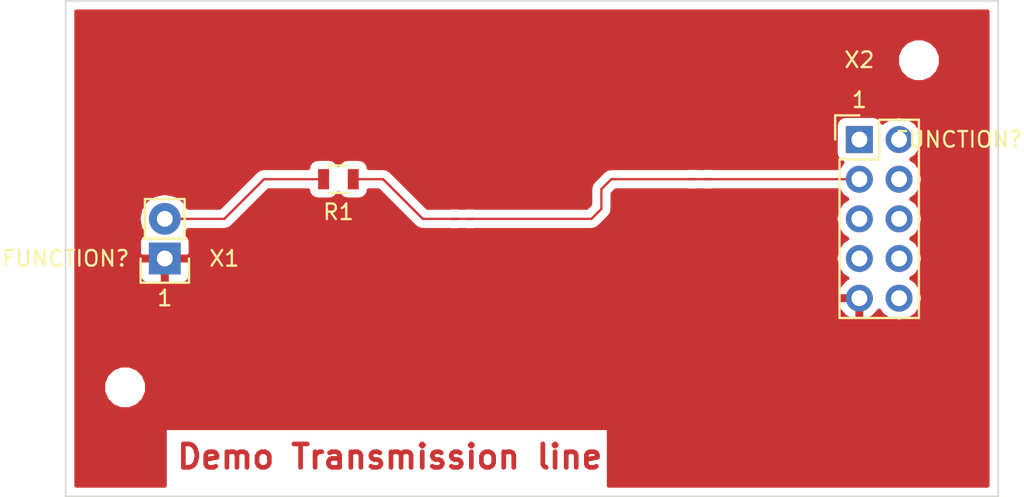
<source format=kicad_pcb>
(kicad_pcb (version 4) (host pcbnew 4.0.7)

  (general
    (links 5)
    (no_connects 0)
    (area 126.949999 90.119999 186.740001 121.970001)
    (thickness 1.6)
    (drawings 5)
    (tracks 13)
    (zones 0)
    (modules 7)
    (nets 14)
  )

  (page A4)
  (layers
    (0 F.Cu signal)
    (31 B.Cu signal)
    (32 B.Adhes user)
    (33 F.Adhes user)
    (34 B.Paste user)
    (35 F.Paste user)
    (36 B.SilkS user)
    (37 F.SilkS user)
    (38 B.Mask user)
    (39 F.Mask user)
    (40 Dwgs.User user)
    (41 Cmts.User user)
    (42 Eco1.User user)
    (43 Eco2.User user)
    (44 Edge.Cuts user)
    (45 Margin user)
    (46 B.CrtYd user)
    (47 F.CrtYd user)
    (48 B.Fab user)
    (49 F.Fab user)
  )

  (setup
    (last_trace_width 0.15)
    (trace_clearance 0.2)
    (zone_clearance 0.508)
    (zone_45_only no)
    (trace_min 0.15)
    (segment_width 0.2)
    (edge_width 0.1)
    (via_size 0.6)
    (via_drill 0.4)
    (via_min_size 0.4)
    (via_min_drill 0.3)
    (uvia_size 0.3)
    (uvia_drill 0.1)
    (uvias_allowed no)
    (uvia_min_size 0.2)
    (uvia_min_drill 0.1)
    (pcb_text_width 0.3)
    (pcb_text_size 1.5 1.5)
    (mod_edge_width 0.15)
    (mod_text_size 1 1)
    (mod_text_width 0.15)
    (pad_size 1.5 1.5)
    (pad_drill 0.6)
    (pad_to_mask_clearance 0.1)
    (aux_axis_origin 0 0)
    (visible_elements FFFFEF7F)
    (pcbplotparams
      (layerselection 0x00030_80000001)
      (usegerberextensions false)
      (excludeedgelayer true)
      (linewidth 0.150000)
      (plotframeref false)
      (viasonmask false)
      (mode 1)
      (useauxorigin false)
      (hpglpennumber 1)
      (hpglpenspeed 20)
      (hpglpendiameter 15)
      (hpglpenoverlay 2)
      (psnegative false)
      (psa4output false)
      (plotreference true)
      (plotvalue true)
      (plotinvisibletext false)
      (padsonsilk false)
      (subtractmaskfromsilk false)
      (outputformat 1)
      (mirror false)
      (drillshape 1)
      (scaleselection 1)
      (outputdirectory ""))
  )

  (net 0 "")
  (net 1 /NET_B)
  (net 2 /NET_A)
  (net 3 /NET_C)
  (net 4 /NET_D)
  (net 5 /GND)
  (net 6 "Net-(X2-Pad1)")
  (net 7 "Net-(X2-Pad2)")
  (net 8 "Net-(X2-Pad4)")
  (net 9 "Net-(X2-Pad5)")
  (net 10 "Net-(X2-Pad6)")
  (net 11 "Net-(X2-Pad7)")
  (net 12 "Net-(X2-Pad8)")
  (net 13 "Net-(X2-Pad10)")

  (net_class Default "This is the default net class."
    (clearance 0.2)
    (trace_width 0.15)
    (via_dia 0.6)
    (via_drill 0.4)
    (uvia_dia 0.3)
    (uvia_drill 0.1)
    (add_net /GND)
    (add_net /NET_A)
    (add_net /NET_B)
    (add_net /NET_C)
    (add_net /NET_D)
    (add_net "Net-(X2-Pad1)")
    (add_net "Net-(X2-Pad10)")
    (add_net "Net-(X2-Pad2)")
    (add_net "Net-(X2-Pad4)")
    (add_net "Net-(X2-Pad5)")
    (add_net "Net-(X2-Pad6)")
    (add_net "Net-(X2-Pad7)")
    (add_net "Net-(X2-Pad8)")
  )

  (module bel_connectors_and_jumpers:X_PAC_T_MALE_2X5_VERTICAL_GRID_2.54MM (layer F.Cu) (tedit 585D03BE) (tstamp 585D5866)
    (at 177.8 99.06)
    (descr X_PAC_T_MALE_2X5_VERTICAL_GRID_2.54MM)
    (tags "pin header THT 2X5")
    (path /585D5418)
    (fp_text reference X2 (at 0 -5.1) (layer F.SilkS)
      (effects (font (size 1 1) (thickness 0.15)))
    )
    (fp_text value CONN_02X05 (at 0 -3.1) (layer F.Fab) hide
      (effects (font (size 1 1) (thickness 0.15)))
    )
    (fp_text user 1 (at 0 -2.54) (layer F.SilkS)
      (effects (font (size 1 1) (thickness 0.15)))
    )
    (fp_text user FUNCTION? (at 6.35 0) (layer F.SilkS)
      (effects (font (size 1 1) (thickness 0.15)))
    )
    (fp_line (start -1.75 -1.75) (end -1.75 11.95) (layer F.CrtYd) (width 0.15))
    (fp_line (start 4.3 -1.75) (end 4.3 11.95) (layer F.CrtYd) (width 0.15))
    (fp_line (start -1.75 -1.75) (end 4.3 -1.75) (layer F.CrtYd) (width 0.15))
    (fp_line (start -1.75 11.95) (end 4.3 11.95) (layer F.CrtYd) (width 0.15))
    (fp_line (start 3.81 -1.27) (end 3.81 11.43) (layer F.SilkS) (width 0.15))
    (fp_line (start 3.81 11.43) (end -1.27 11.43) (layer F.SilkS) (width 0.15))
    (fp_line (start -1.27 11.43) (end -1.27 1.27) (layer F.SilkS) (width 0.15))
    (fp_line (start 3.81 -1.27) (end 1.27 -1.27) (layer F.SilkS) (width 0.15))
    (fp_line (start 0 -1.55) (end -1.55 -1.55) (layer F.SilkS) (width 0.15))
    (fp_line (start 1.27 -1.27) (end 1.27 1.27) (layer F.SilkS) (width 0.15))
    (fp_line (start 1.27 1.27) (end -1.27 1.27) (layer F.SilkS) (width 0.15))
    (fp_line (start -1.55 -1.55) (end -1.55 0) (layer F.SilkS) (width 0.15))
    (pad 1 thru_hole rect (at 0 0) (size 1.7272 1.7272) (drill 1.016) (layers *.Cu *.Mask)
      (net 6 "Net-(X2-Pad1)"))
    (pad 2 thru_hole oval (at 2.54 0) (size 1.7272 1.7272) (drill 1.016) (layers *.Cu *.Mask)
      (net 7 "Net-(X2-Pad2)"))
    (pad 3 thru_hole oval (at 0 2.54) (size 1.7272 1.7272) (drill 1.016) (layers *.Cu *.Mask)
      (net 4 /NET_D))
    (pad 4 thru_hole oval (at 2.54 2.54) (size 1.7272 1.7272) (drill 1.016) (layers *.Cu *.Mask)
      (net 8 "Net-(X2-Pad4)"))
    (pad 5 thru_hole oval (at 0 5.08) (size 1.7272 1.7272) (drill 1.016) (layers *.Cu *.Mask)
      (net 9 "Net-(X2-Pad5)"))
    (pad 6 thru_hole oval (at 2.54 5.08) (size 1.7272 1.7272) (drill 1.016) (layers *.Cu *.Mask)
      (net 10 "Net-(X2-Pad6)"))
    (pad 7 thru_hole oval (at 0 7.62) (size 1.7272 1.7272) (drill 1.016) (layers *.Cu *.Mask)
      (net 11 "Net-(X2-Pad7)"))
    (pad 8 thru_hole oval (at 2.54 7.62) (size 1.7272 1.7272) (drill 1.016) (layers *.Cu *.Mask)
      (net 12 "Net-(X2-Pad8)"))
    (pad 9 thru_hole oval (at 0 10.16) (size 1.7272 1.7272) (drill 1.016) (layers *.Cu *.Mask)
      (net 5 /GND))
    (pad 10 thru_hole oval (at 2.54 10.16) (size 1.7272 1.7272) (drill 1.016) (layers *.Cu *.Mask)
      (net 13 "Net-(X2-Pad10)"))
    (model Pin_Headers.3dshapes/Pin_Header_Straight_2x05.wrl
      (at (xyz 0.05 -0.2 0))
      (scale (xyz 1 1 1))
      (rotate (xyz 0 0 90))
    )
  )

  (module bel_connectors_and_jumpers:X_PAC_T_MALE_2X1_VERTICAL_GRID_2.54MM (layer F.Cu) (tedit 585CFADF) (tstamp 585D5849)
    (at 133.35 106.68 180)
    (descr X_PAC_T_MALE_2X5_VERTICAL_GRID_2.54MM)
    (tags "pin header THT 2X1")
    (path /585D531E)
    (fp_text reference X1 (at -3.81 0) (layer F.SilkS)
      (effects (font (size 1 1) (thickness 0.15)))
    )
    (fp_text value CONN_01X02 (at 0 6.35 180) (layer F.Fab) hide
      (effects (font (size 1 1) (thickness 0.15)))
    )
    (fp_text user 1 (at 0 -2.54 180) (layer F.SilkS)
      (effects (font (size 1 1) (thickness 0.15)))
    )
    (fp_text user FUNCTION? (at 6.35 0 180) (layer F.SilkS)
      (effects (font (size 1 1) (thickness 0.15)))
    )
    (fp_line (start 1.27 1.27) (end 1.27 3.81) (layer F.SilkS) (width 0.15))
    (fp_line (start 1.55 -1.55) (end 1.55 0) (layer F.SilkS) (width 0.15))
    (fp_line (start -1.75 -1.75) (end -1.75 4.3) (layer F.CrtYd) (width 0.15))
    (fp_line (start 1.75 -1.75) (end 1.75 4.3) (layer F.CrtYd) (width 0.15))
    (fp_line (start -1.75 -1.75) (end 1.75 -1.75) (layer F.CrtYd) (width 0.15))
    (fp_line (start -1.75 4.3) (end 1.75 4.3) (layer F.CrtYd) (width 0.15))
    (fp_line (start 1.27 1.27) (end -1.27 1.27) (layer F.SilkS) (width 0.15))
    (fp_line (start -1.55 0) (end -1.55 -1.55) (layer F.SilkS) (width 0.15))
    (fp_line (start -1.55 -1.55) (end 1.55 -1.55) (layer F.SilkS) (width 0.15))
    (fp_line (start -1.27 1.27) (end -1.27 3.81) (layer F.SilkS) (width 0.15))
    (fp_line (start -1.27 3.81) (end 1.27 3.81) (layer F.SilkS) (width 0.15))
    (pad 1 thru_hole rect (at 0 0 180) (size 2.032 2.032) (drill 1.016) (layers *.Cu *.Mask)
      (net 5 /GND))
    (pad 2 thru_hole oval (at 0 2.54 180) (size 2.032 2.032) (drill 1.016) (layers *.Cu *.Mask)
      (net 2 /NET_A))
    (model Pin_Headers.3dshapes/Pin_Header_Straight_1x02.wrl
      (at (xyz 0 -0.05 0))
      (scale (xyz 1 1 1))
      (rotate (xyz 0 0 90))
    )
  )

  (module bel_resistors:R_S_0805 (layer F.Cu) (tedit 58307B54) (tstamp 585D5835)
    (at 144.46 101.6 180)
    (descr R_PAC_S_0805_VAL_)
    (tags "resistor SMD 0805")
    (path /585D508F)
    (attr smd)
    (fp_text reference R1 (at 0 -2.1 180) (layer F.SilkS)
      (effects (font (size 1 1) (thickness 0.15)))
    )
    (fp_text value 100R (at 0 2.1 180) (layer F.Fab)
      (effects (font (size 1 1) (thickness 0.15)))
    )
    (fp_line (start -1 0.625) (end -1 -0.625) (layer F.Fab) (width 0.1))
    (fp_line (start 1 0.625) (end -1 0.625) (layer F.Fab) (width 0.1))
    (fp_line (start 1 -0.625) (end 1 0.625) (layer F.Fab) (width 0.1))
    (fp_line (start -1 -0.625) (end 1 -0.625) (layer F.Fab) (width 0.1))
    (fp_line (start -1.6 -1) (end 1.6 -1) (layer F.CrtYd) (width 0.05))
    (fp_line (start -1.6 1) (end 1.6 1) (layer F.CrtYd) (width 0.05))
    (fp_line (start -1.6 -1) (end -1.6 1) (layer F.CrtYd) (width 0.05))
    (fp_line (start 1.6 -1) (end 1.6 1) (layer F.CrtYd) (width 0.05))
    (fp_line (start 0.6 0.875) (end -0.6 0.875) (layer F.SilkS) (width 0.15))
    (fp_line (start -0.6 -0.875) (end 0.6 -0.875) (layer F.SilkS) (width 0.15))
    (pad 1 smd rect (at -0.95 0 180) (size 0.7 1.3) (layers F.Cu F.Paste F.Mask)
      (net 1 /NET_B))
    (pad 2 smd rect (at 0.95 0 180) (size 0.7 1.3) (layers F.Cu F.Paste F.Mask)
      (net 2 /NET_A))
    (model Resistors_SMD.3dshapes/R_0805.wrl
      (at (xyz 0 0 0))
      (scale (xyz 1 1 1))
      (rotate (xyz 0 0 0))
    )
  )

  (module bel_netchanger:N_0.15MM (layer F.Cu) (tedit 585A8500) (tstamp 585D5824)
    (at 167.64 101.6)
    (descr "NetChanger 0.15MM")
    (tags "NetChanger 0.15MM")
    (path /585D4EBE)
    (attr virtual)
    (fp_text reference N2 (at 0 -1.9) (layer F.SilkS) hide
      (effects (font (size 1 1) (thickness 0.15)))
    )
    (fp_text value NetChanger (at 0 1.9) (layer F.Fab) hide
      (effects (font (size 1 1) (thickness 0.15)))
    )
    (fp_line (start -0.5 0) (end 0.5 0) (layer F.Cu) (width 0.15))
    (pad 1 smd rect (at -0.5 0) (size 0.5 0.15) (layers F.Cu)
      (net 3 /NET_C))
    (pad 2 smd rect (at 0.5 0) (size 0.5 0.15) (layers F.Cu)
      (net 4 /NET_D))
  )

  (module bel_netchanger:N_0.15MM (layer F.Cu) (tedit 585A8500) (tstamp 585D581D)
    (at 152.4 104.14)
    (descr "NetChanger 0.15MM")
    (tags "NetChanger 0.15MM")
    (path /585D4E3F)
    (attr virtual)
    (fp_text reference N1 (at 0 -1.9) (layer F.SilkS) hide
      (effects (font (size 1 1) (thickness 0.15)))
    )
    (fp_text value NetChanger (at 0 1.9) (layer F.Fab) hide
      (effects (font (size 1 1) (thickness 0.15)))
    )
    (fp_line (start -0.5 0) (end 0.5 0) (layer F.Cu) (width 0.15))
    (pad 1 smd rect (at -0.5 0) (size 0.5 0.15) (layers F.Cu)
      (net 1 /NET_B))
    (pad 2 smd rect (at 0.5 0) (size 0.5 0.15) (layers F.Cu)
      (net 3 /NET_C))
  )

  (gr_text "Demo Transmission line" (at 133.985 119.38) (layer F.Cu)
    (effects (font (size 1.5 1.5) (thickness 0.3)) (justify left))
  )
  (gr_line (start 186.69 121.92) (end 186.69 90.17) (angle 90) (layer Edge.Cuts) (width 0.1))
  (gr_line (start 127 121.92) (end 186.69 121.92) (angle 90) (layer Edge.Cuts) (width 0.1))
  (gr_line (start 127 90.17) (end 127 121.92) (angle 90) (layer Edge.Cuts) (width 0.1))
  (gr_line (start 127 90.17) (end 186.69 90.17) (angle 90) (layer Edge.Cuts) (width 0.1))

  (segment (start 147.32 101.6) (end 149.86 104.14) (width 0.15) (layer F.Cu) (net 1))
  (segment (start 149.86 104.14) (end 151.9 104.14) (width 0.15) (layer F.Cu) (net 1))
  (segment (start 145.41 101.6) (end 147.32 101.6) (width 0.15) (layer F.Cu) (net 1))
  (segment (start 137.16 104.14) (end 139.7 101.6) (width 0.15) (layer F.Cu) (net 2))
  (segment (start 139.7 101.6) (end 143.51 101.6) (width 0.15) (layer F.Cu) (net 2))
  (segment (start 133.35 104.14) (end 137.16 104.14) (width 0.15) (layer F.Cu) (net 2))
  (segment (start 161.925 101.6) (end 167.14 101.6) (width 0.15) (layer F.Cu) (net 3))
  (segment (start 161.29 102.235) (end 161.925 101.6) (width 0.15) (layer F.Cu) (net 3))
  (segment (start 161.29 103.505) (end 161.29 102.235) (width 0.15) (layer F.Cu) (net 3))
  (segment (start 160.655 104.14) (end 161.29 103.505) (width 0.15) (layer F.Cu) (net 3))
  (segment (start 152.9 104.14) (end 160.655 104.14) (width 0.15) (layer F.Cu) (net 3))
  (segment (start 168.275 101.6) (end 168.14 101.6) (width 0.15) (layer F.Cu) (net 4))
  (segment (start 177.8 101.6) (end 168.275 101.6) (width 0.15) (layer F.Cu) (net 4))

  (zone (net 5) (net_name /GND) (layer F.Cu) (tstamp 585A836E) (hatch edge 0.508)
    (connect_pads (clearance 0.508))
    (min_thickness 0.254)
    (fill yes (arc_segments 16) (thermal_gap 0.508) (thermal_bridge_width 0.508))
    (polygon
      (pts
        (xy 186.69 121.92) (xy 127 121.92) (xy 127 90.17) (xy 186.69 90.17)
      )
    )
    (filled_polygon
      (pts
        (xy 186.005 121.235) (xy 161.762858 121.235) (xy 161.762858 117.545) (xy 133.35 117.545) (xy 133.35 121.235)
        (xy 127.685 121.235) (xy 127.685 115.211661) (xy 129.412758 115.211661) (xy 129.62499 115.725303) (xy 130.01763 116.118629)
        (xy 130.5309 116.331757) (xy 131.086661 116.332242) (xy 131.600303 116.12001) (xy 131.993629 115.72737) (xy 132.206757 115.2141)
        (xy 132.207242 114.658339) (xy 131.99501 114.144697) (xy 131.60237 113.751371) (xy 131.0891 113.538243) (xy 130.533339 113.537758)
        (xy 130.019697 113.74999) (xy 129.626371 114.14263) (xy 129.413243 114.6559) (xy 129.412758 115.211661) (xy 127.685 115.211661)
        (xy 127.685 109.579026) (xy 176.345042 109.579026) (xy 176.517312 109.994947) (xy 176.91151 110.426821) (xy 177.440973 110.674968)
        (xy 177.673 110.554469) (xy 177.673 109.347) (xy 176.466183 109.347) (xy 176.345042 109.579026) (xy 127.685 109.579026)
        (xy 127.685 106.96575) (xy 131.699 106.96575) (xy 131.699 107.82231) (xy 131.795673 108.055699) (xy 131.974302 108.234327)
        (xy 132.207691 108.331) (xy 133.06425 108.331) (xy 133.223 108.17225) (xy 133.223 106.807) (xy 133.477 106.807)
        (xy 133.477 108.17225) (xy 133.63575 108.331) (xy 134.492309 108.331) (xy 134.725698 108.234327) (xy 134.904327 108.055699)
        (xy 135.001 107.82231) (xy 135.001 106.96575) (xy 134.84225 106.807) (xy 133.477 106.807) (xy 133.223 106.807)
        (xy 131.85775 106.807) (xy 131.699 106.96575) (xy 127.685 106.96575) (xy 127.685 104.14) (xy 131.666655 104.14)
        (xy 131.79233 104.77181) (xy 132.016966 105.108001) (xy 131.974302 105.125673) (xy 131.795673 105.304301) (xy 131.699 105.53769)
        (xy 131.699 106.39425) (xy 131.85775 106.553) (xy 133.223 106.553) (xy 133.223 106.533) (xy 133.477 106.533)
        (xy 133.477 106.553) (xy 134.84225 106.553) (xy 135.001 106.39425) (xy 135.001 105.53769) (xy 134.904327 105.304301)
        (xy 134.725698 105.125673) (xy 134.683034 105.108001) (xy 134.855425 104.85) (xy 137.16 104.85) (xy 137.431705 104.795954)
        (xy 137.662046 104.642046) (xy 137.662047 104.642045) (xy 139.994091 102.31) (xy 142.52385 102.31) (xy 142.556838 102.485317)
        (xy 142.69591 102.701441) (xy 142.90811 102.846431) (xy 143.16 102.89744) (xy 143.86 102.89744) (xy 144.095317 102.853162)
        (xy 144.311441 102.71409) (xy 144.456431 102.50189) (xy 144.459081 102.488803) (xy 144.59591 102.701441) (xy 144.80811 102.846431)
        (xy 145.06 102.89744) (xy 145.76 102.89744) (xy 145.995317 102.853162) (xy 146.211441 102.71409) (xy 146.356431 102.50189)
        (xy 146.39529 102.31) (xy 147.025908 102.31) (xy 149.357952 104.642043) (xy 149.357954 104.642046) (xy 149.588295 104.795954)
        (xy 149.86 104.85) (xy 151.588569 104.85) (xy 151.65 104.86244) (xy 152.15 104.86244) (xy 152.216113 104.85)
        (xy 152.588569 104.85) (xy 152.65 104.86244) (xy 153.15 104.86244) (xy 153.216113 104.85) (xy 160.655 104.85)
        (xy 160.926705 104.795954) (xy 161.157046 104.642046) (xy 161.792046 104.007046) (xy 161.945954 103.776705) (xy 162.000001 103.505)
        (xy 162 103.504995) (xy 162 102.529092) (xy 162.219092 102.31) (xy 166.828569 102.31) (xy 166.89 102.32244)
        (xy 167.39 102.32244) (xy 167.456113 102.31) (xy 167.828569 102.31) (xy 167.89 102.32244) (xy 168.39 102.32244)
        (xy 168.456113 102.31) (xy 176.477329 102.31) (xy 176.710971 102.65967) (xy 177.025752 102.87) (xy 176.710971 103.08033)
        (xy 176.386115 103.566511) (xy 176.272041 104.14) (xy 176.386115 104.713489) (xy 176.710971 105.19967) (xy 177.025752 105.41)
        (xy 176.710971 105.62033) (xy 176.386115 106.106511) (xy 176.272041 106.68) (xy 176.386115 107.253489) (xy 176.710971 107.73967)
        (xy 177.034228 107.955664) (xy 176.91151 108.013179) (xy 176.517312 108.445053) (xy 176.345042 108.860974) (xy 176.466183 109.093)
        (xy 177.673 109.093) (xy 177.673 109.073) (xy 177.927 109.073) (xy 177.927 109.093) (xy 177.947 109.093)
        (xy 177.947 109.347) (xy 177.927 109.347) (xy 177.927 110.554469) (xy 178.159027 110.674968) (xy 178.68849 110.426821)
        (xy 179.070008 110.008839) (xy 179.250971 110.27967) (xy 179.737152 110.604526) (xy 180.310641 110.7186) (xy 180.369359 110.7186)
        (xy 180.942848 110.604526) (xy 181.429029 110.27967) (xy 181.753885 109.793489) (xy 181.867959 109.22) (xy 181.753885 108.646511)
        (xy 181.429029 108.16033) (xy 181.114248 107.95) (xy 181.429029 107.73967) (xy 181.753885 107.253489) (xy 181.867959 106.68)
        (xy 181.753885 106.106511) (xy 181.429029 105.62033) (xy 181.114248 105.41) (xy 181.429029 105.19967) (xy 181.753885 104.713489)
        (xy 181.867959 104.14) (xy 181.753885 103.566511) (xy 181.429029 103.08033) (xy 181.114248 102.87) (xy 181.429029 102.65967)
        (xy 181.753885 102.173489) (xy 181.867959 101.6) (xy 181.753885 101.026511) (xy 181.429029 100.54033) (xy 181.114248 100.33)
        (xy 181.429029 100.11967) (xy 181.753885 99.633489) (xy 181.867959 99.06) (xy 181.753885 98.486511) (xy 181.429029 98.00033)
        (xy 180.942848 97.675474) (xy 180.369359 97.5614) (xy 180.310641 97.5614) (xy 179.737152 97.675474) (xy 179.271558 97.986574)
        (xy 179.266762 97.961083) (xy 179.12769 97.744959) (xy 178.91549 97.599969) (xy 178.6636 97.54896) (xy 176.9364 97.54896)
        (xy 176.701083 97.593238) (xy 176.484959 97.73231) (xy 176.339969 97.94451) (xy 176.28896 98.1964) (xy 176.28896 99.9236)
        (xy 176.333238 100.158917) (xy 176.47231 100.375041) (xy 176.68451 100.520031) (xy 176.728131 100.528864) (xy 176.710971 100.54033)
        (xy 176.477329 100.89) (xy 168.451431 100.89) (xy 168.39 100.87756) (xy 167.89 100.87756) (xy 167.823887 100.89)
        (xy 167.451431 100.89) (xy 167.39 100.87756) (xy 166.89 100.87756) (xy 166.823887 100.89) (xy 161.925005 100.89)
        (xy 161.925 100.889999) (xy 161.653295 100.944046) (xy 161.422954 101.097954) (xy 160.787954 101.732954) (xy 160.634046 101.963295)
        (xy 160.58 102.235) (xy 160.58 103.210908) (xy 160.360908 103.43) (xy 153.211431 103.43) (xy 153.15 103.41756)
        (xy 152.65 103.41756) (xy 152.583887 103.43) (xy 152.211431 103.43) (xy 152.15 103.41756) (xy 151.65 103.41756)
        (xy 151.583887 103.43) (xy 150.154091 103.43) (xy 147.822046 101.097954) (xy 147.591705 100.944046) (xy 147.32 100.89)
        (xy 146.39615 100.89) (xy 146.363162 100.714683) (xy 146.22409 100.498559) (xy 146.01189 100.353569) (xy 145.76 100.30256)
        (xy 145.06 100.30256) (xy 144.824683 100.346838) (xy 144.608559 100.48591) (xy 144.463569 100.69811) (xy 144.460919 100.711197)
        (xy 144.32409 100.498559) (xy 144.11189 100.353569) (xy 143.86 100.30256) (xy 143.16 100.30256) (xy 142.924683 100.346838)
        (xy 142.708559 100.48591) (xy 142.563569 100.69811) (xy 142.52471 100.89) (xy 139.7 100.89) (xy 139.428295 100.944046)
        (xy 139.197954 101.097954) (xy 139.197952 101.097957) (xy 136.865908 103.43) (xy 134.855425 103.43) (xy 134.549778 102.972567)
        (xy 134.014155 102.614675) (xy 133.382345 102.489) (xy 133.317655 102.489) (xy 132.685845 102.614675) (xy 132.150222 102.972567)
        (xy 131.79233 103.50819) (xy 131.666655 104.14) (xy 127.685 104.14) (xy 127.685 94.256661) (xy 180.212758 94.256661)
        (xy 180.42499 94.770303) (xy 180.81763 95.163629) (xy 181.3309 95.376757) (xy 181.886661 95.377242) (xy 182.400303 95.16501)
        (xy 182.793629 94.77237) (xy 183.006757 94.2591) (xy 183.007242 93.703339) (xy 182.79501 93.189697) (xy 182.40237 92.796371)
        (xy 181.8891 92.583243) (xy 181.333339 92.582758) (xy 180.819697 92.79499) (xy 180.426371 93.18763) (xy 180.213243 93.7009)
        (xy 180.212758 94.256661) (xy 127.685 94.256661) (xy 127.685 90.855) (xy 186.005 90.855)
      )
    )
  )
)

</source>
